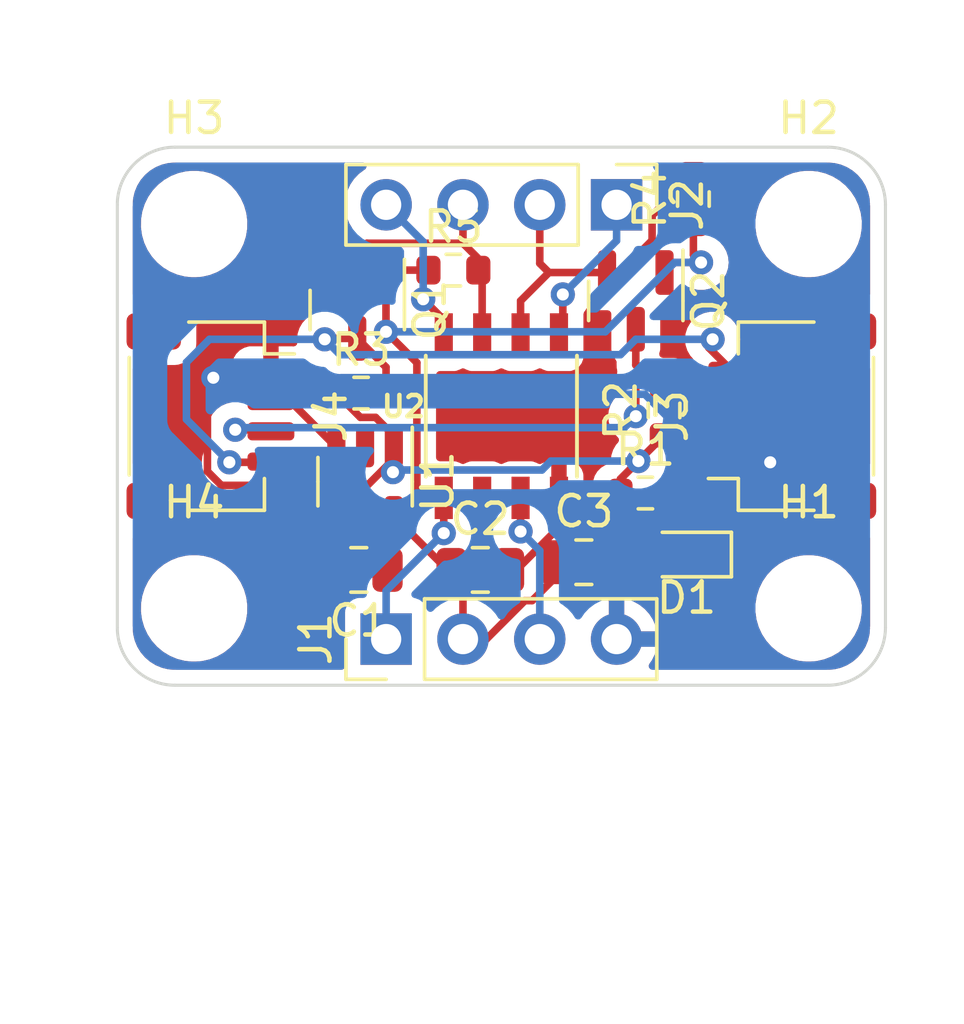
<source format=kicad_pcb>
(kicad_pcb (version 20211014) (generator pcbnew)
  (layers (0 "F.Cu" signal) (31 "B.Cu" signal) (34 "B.Paste" user) (35 "F.Paste" user) (36 "B.SilkS" user "B.Silkscreen") (37 "F.SilkS" user "F.Silkscreen") (38 "B.Mask" user) (39 "F.Mask" user) (44 "Edge.Cuts" user))
  (net 0 "")
  (net 1 "VCC")
  (net 2 "GND")
  (net 3 "3.3V")
  (net 4 "Net-(D1-Pad2)")
  (net 5 "SDA_3v")
  (net 6 "SCL_3v")
  (net 7 "SDA")
  (net 8 "SCL")
  (net 10 "5V")
  (net 11 "OUT")
  (net 12 "PGO")
  (net 13 "DIR")
  (footprint "Capacitor_SMD:C_0805_2012Metric" (layer "F.Cu") (at 127.188 89.916)
    (fp_text reference "C3" (at 0 -1.68) (layer "F.SilkS"))
    (fp_text value "820nF")
    (fp_line (start -0.261252 -0.735) (end 0.261252 -0.735) (layer "F.SilkS") (width 0.12))
    (fp_line (start -0.261252 0.735) (end 0.261252 0.735) (layer "F.SilkS") (width 0.12))
    (pad "1" smd roundrect (at -0.95 0) (size 1 1.45) (layers "F.Cu" "F.Paste" "F.Mask") (net 3 "3.3V"))
    (pad "2" smd roundrect (at 0.95 0) (size 1 1.45) (layers "F.Cu" "F.Paste" "F.Mask") (net 2 "GND"))
  )
  (footprint "LED_SMD:LED_0603_1608Metric" (layer "F.Cu") (at 130.5815 89.662 180)
    (fp_text reference "D1" (at 0 -1.43 180) (layer "F.SilkS"))
    (fp_text value "Green")
    (fp_line (start -1.485 -0.735) (end -1.485 0.735) (layer "F.SilkS") (width 0.12))
    (fp_line (start -1.485 0.735) (end 0.8 0.735) (layer "F.SilkS") (width 0.12))
    (fp_line (start 0.8 -0.735) (end -1.485 -0.735) (layer "F.SilkS") (width 0.12))
    (pad "1" smd roundrect (at -0.7875 0 180) (size 0.875 0.95) (layers "F.Cu" "F.Paste" "F.Mask") (net 2 "GND"))
    (pad "2" smd roundrect (at 0.7875 0 180) (size 0.875 0.95) (layers "F.Cu" "F.Paste" "F.Mask") (net 4 "Net-(D1-Pad2)"))
  )
  (footprint "AS5600:AS5600" (layer "F.Cu") (at 124.46 85.09)
    (fp_text reference "U2" (at -3.2385 -0.3175 180) (layer "F.SilkS") (effects (font (size 0.7 0.7))))
    (fp_text value "AS5600")
    (fp_line (start -2.5 2) (end -2.5 -2) (layer "F.SilkS") (width 0.127))
    (fp_line (start 2.5 -2) (end 2.5 2) (layer "F.SilkS") (width 0.127))
    (pad "1" smd rect locked (at -1.905 2.7 90) (size 1.4 0.6) (layers "F.Cu" "F.Paste" "F.Mask") (net 10 "5V"))
    (pad "2" smd rect locked (at -0.635 2.7 90) (size 1.4 0.6) (layers "F.Cu" "F.Paste" "F.Mask") (net 3 "3.3V"))
    (pad "3" smd rect locked (at 0.635 2.7 90) (size 1.4 0.6) (layers "F.Cu" "F.Paste" "F.Mask") (net 11 "OUT"))
    (pad "4" smd rect locked (at 1.905 2.7 90) (size 1.4 0.6) (layers "F.Cu" "F.Paste" "F.Mask") (net 2 "GND"))
    (pad "5" smd rect locked (at 1.905 -2.7 90) (size 1.4 0.6) (layers "F.Cu" "F.Paste" "F.Mask") (net 12 "PGO"))
    (pad "6" smd rect locked (at 0.635 -2.7 90) (size 1.4 0.6) (layers "F.Cu" "F.Paste" "F.Mask") (net 5 "SDA_3v"))
    (pad "7" smd rect locked (at -0.635 -2.7 90) (size 1.4 0.6) (layers "F.Cu" "F.Paste" "F.Mask") (net 6 "SCL_3v"))
    (pad "8" smd rect locked (at -1.905 -2.7 90) (size 1.4 0.6) (layers "F.Cu" "F.Paste" "F.Mask") (net 13 "DIR"))
  )
  (footprint "MountingHole:MountingHole_2.5mm" (layer "F.Cu") (at 114.3 91.44)
    (fp_text reference "H4" (at 0 -3.5) (layer "F.SilkS"))
    (fp_text value "MountingHole")
    (pad "" np_thru_hole circle (at 0 0) (size 2.5 2.5) (drill 2.5) (layers *.Cu *.Mask))
  )
  (footprint "MountingHole:MountingHole_2.5mm" (layer "F.Cu") (at 114.3 78.74)
    (fp_text reference "H3" (at 0 -3.5) (layer "F.SilkS"))
    (fp_text value "MountingHole")
    (pad "" np_thru_hole circle (at 0 0) (size 2.5 2.5) (drill 2.5) (layers *.Cu *.Mask))
  )
  (footprint "Connector_JST:JST_SH_SM04B-SRSS-TB_1x04-1MP_P1.00mm_Horizontal" (layer "F.Cu") (at 114.84 85.09 -90)
    (fp_text reference "J4" (at 0 -3.98 -90) (layer "F.SilkS"))
    (fp_text value "Conn_01x04_Male")
    (fp_line (start -3.11 -1.785) (end -2.06 -1.785) (layer "F.SilkS") (width 0.12))
    (fp_line (start -1.94 2.685) (end 1.94 2.685) (layer "F.SilkS") (width 0.12))
    (fp_line (start 3.11 0.715) (end 3.11 -1.785) (layer "F.SilkS") (width 0.12))
    (fp_line (start 3.11 -1.785) (end 2.06 -1.785) (layer "F.SilkS") (width 0.12))
    (fp_line (start -3.11 0.715) (end -3.11 -1.785) (layer "F.SilkS") (width 0.12))
    (fp_line (start -2.06 -1.785) (end -2.06 -2.775) (layer "F.SilkS") (width 0.12))
    (pad "1" smd roundrect (at -1.5 -2 270) (size 0.6 1.55) (layers "F.Cu" "F.Paste" "F.Mask") (net 2 "GND"))
    (pad "2" smd roundrect (at -0.5 -2 270) (size 0.6 1.55) (layers "F.Cu" "F.Paste" "F.Mask") (net 1 "VCC"))
    (pad "3" smd roundrect (at 0.5 -2 270) (size 0.6 1.55) (layers "F.Cu" "F.Paste" "F.Mask") (net 7 "SDA"))
    (pad "4" smd roundrect (at 1.5 -2 270) (size 0.6 1.55) (layers "F.Cu" "F.Paste" "F.Mask") (net 8 "SCL"))
    (pad "MP" smd roundrect (at -2.8 1.875 270) (size 1.2 1.8) (layers "F.Cu" "F.Paste" "F.Mask") (roundrect_rratio 0.2083333333))
    (pad "MP" smd roundrect (at 2.8 1.875 270) (size 1.2 1.8) (layers "F.Cu" "F.Paste" "F.Mask") (roundrect_rratio 0.2083333333))
  )
  (footprint "Resistor_SMD:R_0603_1608Metric" (layer "F.Cu") (at 129.84 84.899 90)
    (fp_text reference "R2" (at 0 -1.43 90) (layer "F.SilkS"))
    (fp_text value "10k")
    (fp_line (start -0.237258 -0.5225) (end 0.237258 -0.5225) (layer "F.SilkS") (width 0.12))
    (fp_line (start -0.237258 0.5225) (end 0.237258 0.5225) (layer "F.SilkS") (width 0.12))
    (pad "1" smd roundrect (at -0.825 0 90) (size 0.8 0.95) (layers "F.Cu" "F.Paste" "F.Mask") (net 1 "VCC"))
    (pad "2" smd roundrect (at 0.825 0 90) (size 0.8 0.95) (layers "F.Cu" "F.Paste" "F.Mask") (net 7 "SDA"))
  )
  (footprint "Connector_JST:JST_SH_SM04B-SRSS-TB_1x04-1MP_P1.00mm_Horizontal" (layer "F.Cu") (at 134.08 85.09 90)
    (fp_text reference "J3" (at 0 -3.98 90) (layer "F.SilkS"))
    (fp_text value "Conn_01x04_Male")
    (fp_line (start -3.11 0.715) (end -3.11 -1.785) (layer "F.SilkS") (width 0.12))
    (fp_line (start -2.06 -1.785) (end -2.06 -2.775) (layer "F.SilkS") (width 0.12))
    (fp_line (start 3.11 -1.785) (end 2.06 -1.785) (layer "F.SilkS") (width 0.12))
    (fp_line (start -3.11 -1.785) (end -2.06 -1.785) (layer "F.SilkS") (width 0.12))
    (fp_line (start 3.11 0.715) (end 3.11 -1.785) (layer "F.SilkS") (width 0.12))
    (fp_line (start -1.94 2.685) (end 1.94 2.685) (layer "F.SilkS") (width 0.12))
    (pad "1" smd roundrect (at -1.5 -2 90) (size 0.6 1.55) (layers "F.Cu" "F.Paste" "F.Mask") (net 2 "GND"))
    (pad "2" smd roundrect (at -0.5 -2 90) (size 0.6 1.55) (layers "F.Cu" "F.Paste" "F.Mask") (net 1 "VCC"))
    (pad "3" smd roundrect (at 0.5 -2 90) (size 0.6 1.55) (layers "F.Cu" "F.Paste" "F.Mask") (net 7 "SDA"))
    (pad "4" smd roundrect (at 1.5 -2 90) (size 0.6 1.55) (layers "F.Cu" "F.Paste" "F.Mask") (net 8 "SCL"))
    (pad "MP" smd roundrect (at 2.8 1.875 90) (size 1.2 1.8) (layers "F.Cu" "F.Paste" "F.Mask") (roundrect_rratio 0.2083333333))
    (pad "MP" smd roundrect (at -2.8 1.875 90) (size 1.2 1.8) (layers "F.Cu" "F.Paste" "F.Mask") (roundrect_rratio 0.2083333333))
  )
  (footprint "MountingHole:MountingHole_2.5mm" (layer "F.Cu") (at 134.62 78.74)
    (fp_text reference "H2" (at 0 -3.5) (layer "F.SilkS"))
    (fp_text value "MountingHole")
    (pad "" np_thru_hole circle (at 0 0) (size 2.5 2.5) (drill 2.5) (layers *.Cu *.Mask))
  )
  (footprint "Capacitor_SMD:C_0805_2012Metric" (layer "F.Cu") (at 123.764 90.17)
    (fp_text reference "C2" (at 0 -1.68) (layer "F.SilkS"))
    (fp_text value "10uF")
    (fp_line (start -0.261252 -0.735) (end 0.261252 -0.735) (layer "F.SilkS") (width 0.12))
    (fp_line (start -0.261252 0.735) (end 0.261252 0.735) (layer "F.SilkS") (width 0.12))
    (pad "1" smd roundrect (at -0.95 0) (size 1 1.45) (layers "F.Cu" "F.Paste" "F.Mask") (net 3 "3.3V"))
    (pad "2" smd roundrect (at 0.95 0) (size 1 1.45) (layers "F.Cu" "F.Paste" "F.Mask") (net 2 "GND"))
  )
  (footprint "Capacitor_SMD:C_0805_2012Metric" (layer "F.Cu") (at 119.746 90.17 180)
    (fp_text reference "C1" (at 0 -1.68) (layer "F.SilkS"))
    (fp_text value "10uF")
    (fp_line (start -0.261252 -0.735) (end 0.261252 -0.735) (layer "F.SilkS") (width 0.12))
    (fp_line (start -0.261252 0.735) (end 0.261252 0.735) (layer "F.SilkS") (width 0.12))
    (pad "1" smd roundrect (at -0.95 0 180) (size 1 1.45) (layers "F.Cu" "F.Paste" "F.Mask") (net 1 "VCC"))
    (pad "2" smd roundrect (at 0.95 0 180) (size 1 1.45) (layers "F.Cu" "F.Paste" "F.Mask") (net 2 "GND"))
  )
  (footprint "Connector_PinHeader_2.54mm:PinHeader_1x04_P2.54mm_Vertical" (layer "F.Cu") (at 128.27 78.105 -90)
    (fp_text reference "J2" (at 0 -2.33 90) (layer "F.SilkS"))
    (fp_text value "Conn_01x04_Male")
    (fp_line (start -1.33 0) (end -1.33 -1.33) (layer "F.SilkS") (width 0.12))
    (fp_line (start 1.33 1.27) (end 1.33 8.95) (layer "F.SilkS") (width 0.12))
    (fp_line (start -1.33 8.95) (end 1.33 8.95) (layer "F.SilkS") (width 0.12))
    (fp_line (start -1.33 1.27) (end -1.33 8.95) (layer "F.SilkS") (width 0.12))
    (fp_line (start -1.33 -1.33) (end 0 -1.33) (layer "F.SilkS") (width 0.12))
    (fp_line (start -1.33 1.27) (end 1.33 1.27) (layer "F.SilkS") (width 0.12))
    (pad "1" thru_hole rect (at 0 0 270) (size 1.7 1.7) (drill 1) (layers *.Cu *.Mask) (net 12 "PGO"))
    (pad "2" thru_hole oval (at 0 2.54 270) (size 1.7 1.7) (drill 1) (layers *.Cu *.Mask) (net 5 "SDA_3v"))
    (pad "3" thru_hole oval (at 0 5.08 270) (size 1.7 1.7) (drill 1) (layers *.Cu *.Mask) (net 6 "SCL_3v"))
    (pad "4" thru_hole oval (at 0 7.62 270) (size 1.7 1.7) (drill 1) (layers *.Cu *.Mask) (net 13 "DIR"))
  )
  (footprint "Resistor_SMD:R_0603_1608Metric" (layer "F.Cu") (at 129.223 87.63)
    (fp_text reference "R1" (at 0 -1.43) (layer "F.SilkS"))
    (fp_text value "10k")
    (fp_line (start -0.237258 -0.5225) (end 0.237258 -0.5225) (layer "F.SilkS") (width 0.12))
    (fp_line (start -0.237258 0.5225) (end 0.237258 0.5225) (layer "F.SilkS") (width 0.12))
    (pad "1" smd roundrect (at -0.825 0) (size 0.8 0.95) (layers "F.Cu" "F.Paste" "F.Mask") (net 1 "VCC"))
    (pad "2" smd roundrect (at 0.825 0) (size 0.8 0.95) (layers "F.Cu" "F.Paste" "F.Mask") (net 4 "Net-(D1-Pad2)"))
  )
  (footprint "Package_TO_SOT_SMD:SOT-23" (layer "F.Cu") (at 128.905 81.28 -90)
    (fp_text reference "Q2" (at 0 -2.4 90) (layer "F.SilkS"))
    (fp_text value "BSS138")
    (fp_line (start 0 -1.56) (end 0.65 -1.56) (layer "F.SilkS") (width 0.12))
    (fp_line (start 0 1.56) (end 0.65 1.56) (layer "F.SilkS") (width 0.12))
    (fp_line (start 0 1.56) (end -0.65 1.56) (layer "F.SilkS") (width 0.12))
    (fp_line (start 0 -1.56) (end -1.675 -1.56) (layer "F.SilkS") (width 0.12))
    (pad "1" smd roundrect (at -0.9375 -0.95 270) (size 1.475 0.6) (layers "F.Cu" "F.Paste" "F.Mask") (net 3 "3.3V"))
    (pad "2" smd roundrect (at -0.9375 0.95 270) (size 1.475 0.6) (layers "F.Cu" "F.Paste" "F.Mask") (net 5 "SDA_3v"))
    (pad "3" smd roundrect (at 0.9375 0 270) (size 1.475 0.6) (layers "F.Cu" "F.Paste" "F.Mask") (net 7 "SDA"))
  )
  (footprint "MountingHole:MountingHole_2.5mm" (layer "F.Cu") (at 134.62 91.44)
    (fp_text reference "H1" (at 0 -3.5) (layer "F.SilkS"))
    (fp_text value "MountingHole")
    (pad "" np_thru_hole circle (at 0 0) (size 2.5 2.5) (drill 2.5) (layers *.Cu *.Mask))
  )
  (footprint "Resistor_SMD:R_0603_1608Metric" (layer "F.Cu") (at 122.873 80.264)
    (fp_text reference "R5" (at 0 -1.43) (layer "F.SilkS"))
    (fp_text value "10k")
    (fp_line (start -0.237258 -0.5225) (end 0.237258 -0.5225) (layer "F.SilkS") (width 0.12))
    (fp_line (start -0.237258 0.5225) (end 0.237258 0.5225) (layer "F.SilkS") (width 0.12))
    (pad "1" smd roundrect (at -0.825 0) (size 0.8 0.95) (layers "F.Cu" "F.Paste" "F.Mask") (net 3 "3.3V"))
    (pad "2" smd roundrect (at 0.825 0) (size 0.8 0.95) (layers "F.Cu" "F.Paste" "F.Mask") (net 6 "SCL_3v"))
  )
  (footprint "Resistor_SMD:R_0603_1608Metric" (layer "F.Cu") (at 119.822 84.328)
    (fp_text reference "R3" (at 0 -1.43) (layer "F.SilkS"))
    (fp_text value "10k")
    (fp_line (start -0.237258 0.5225) (end 0.237258 0.5225) (layer "F.SilkS") (width 0.12))
    (fp_line (start -0.237258 -0.5225) (end 0.237258 -0.5225) (layer "F.SilkS") (width 0.12))
    (pad "1" smd roundrect (at -0.825 0) (size 0.8 0.95) (layers "F.Cu" "F.Paste" "F.Mask") (net 1 "VCC"))
    (pad "2" smd roundrect (at 0.825 0) (size 0.8 0.95) (layers "F.Cu" "F.Paste" "F.Mask") (net 8 "SCL"))
  )
  (footprint "Package_TO_SOT_SMD:SOT-23-5" (layer "F.Cu") (at 119.954 87.2545 -90)
    (fp_text reference "U1" (at 0 -2.4 90) (layer "F.SilkS"))
    (fp_text value "AP2112K-3.3")
    (fp_line (start 0 1.56) (end 0.8 1.56) (layer "F.SilkS") (width 0.12))
    (fp_line (start 0 1.56) (end -0.8 1.56) (layer "F.SilkS") (width 0.12))
    (fp_line (start 0 -1.56) (end -1.8 -1.56) (layer "F.SilkS") (width 0.12))
    (fp_line (start 0 -1.56) (end 0.8 -1.56) (layer "F.SilkS") (width 0.12))
    (pad "1" smd roundrect (at -1.1375 -0.95 270) (size 1.325 0.6) (layers "F.Cu" "F.Paste" "F.Mask") (net 1 "VCC"))
    (pad "2" smd roundrect (at -1.1375 0 270) (size 1.325 0.6) (layers "F.Cu" "F.Paste" "F.Mask") (net 2 "GND"))
    (pad "3" smd roundrect (at -1.1375 0.95 270) (size 1.325 0.6) (layers "F.Cu" "F.Paste" "F.Mask") (net 1 "VCC"))
    (pad "4" smd roundrect (at 1.1375 0.95 270) (size 1.325 0.6) (layers "F.Cu" "F.Paste" "F.Mask"))
    (pad "5" smd roundrect (at 1.1375 -0.95 270) (size 1.325 0.6) (layers "F.Cu" "F.Paste" "F.Mask") (net 3 "3.3V"))
  )
  (footprint "Resistor_SMD:R_0603_1608Metric" (layer "F.Cu") (at 130.81 77.915 90)
    (fp_text reference "R4" (at 0 -1.43 90) (layer "F.SilkS"))
    (fp_text value "10k")
    (fp_line (start -0.237258 -0.5225) (end 0.237258 -0.5225) (layer "F.SilkS") (width 0.12))
    (fp_line (start -0.237258 0.5225) (end 0.237258 0.5225) (layer "F.SilkS") (width 0.12))
    (pad "1" smd roundrect (at -0.825 0 90) (size 0.8 0.95) (layers "F.Cu" "F.Paste" "F.Mask") (net 3 "3.3V"))
    (pad "2" smd roundrect (at 0.825 0 90) (size 0.8 0.95) (layers "F.Cu" "F.Paste" "F.Mask") (net 5 "SDA_3v"))
  )
  (footprint "Package_TO_SOT_SMD:SOT-23" (layer "F.Cu") (at 119.695 81.5825 -90)
    (fp_text reference "Q1" (at 0 -2.4 90) (layer "F.SilkS"))
    (fp_text value "BSS138")
    (fp_line (start 0 -1.56) (end 0.65 -1.56) (layer "F.SilkS") (width 0.12))
    (fp_line (start 0 -1.56) (end -1.675 -1.56) (layer "F.SilkS") (width 0.12))
    (fp_line (start 0 1.56) (end -0.65 1.56) (layer "F.SilkS") (width 0.12))
    (fp_line (start 0 1.56) (end 0.65 1.56) (layer "F.SilkS") (width 0.12))
    (pad "1" smd roundrect (at -0.9375 -0.95 270) (size 1.475 0.6) (layers "F.Cu" "F.Paste" "F.Mask") (net 3 "3.3V"))
    (pad "2" smd roundrect (at -0.9375 0.95 270) (size 1.475 0.6) (layers "F.Cu" "F.Paste" "F.Mask") (net 6 "SCL_3v"))
    (pad "3" smd roundrect (at 0.9375 0 270) (size 1.475 0.6) (layers "F.Cu" "F.Paste" "F.Mask") (net 8 "SCL"))
  )
  (footprint "Connector_PinHeader_2.54mm:PinHeader_1x04_P2.54mm_Vertical" (layer "F.Cu") (at 120.65 92.456 90)
    (fp_text reference "J1" (at 0 -2.33 90) (layer "F.SilkS"))
    (fp_text value "Conn_01x04_Male")
    (fp_line (start -1.33 1.27) (end -1.33 8.95) (layer "F.SilkS") (width 0.12))
    (fp_line (start -1.33 0) (end -1.33 -1.33) (layer "F.SilkS") (width 0.12))
    (fp_line (start -1.33 -1.33) (end 0 -1.33) (layer "F.SilkS") (width 0.12))
    (fp_line (start 1.33 1.27) (end 1.33 8.95) (layer "F.SilkS") (width 0.12))
    (fp_line (start -1.33 1.27) (end 1.33 1.27) (layer "F.SilkS") (width 0.12))
    (fp_line (start -1.33 8.95) (end 1.33 8.95) (layer "F.SilkS") (width 0.12))
    (pad "1" thru_hole rect (at 0 0 90) (size 1.7 1.7) (drill 1) (layers *.Cu *.Mask) (net 10 "5V"))
    (pad "2" thru_hole oval (at 0 2.54 90) (size 1.7 1.7) (drill 1) (layers *.Cu *.Mask) (net 3 "3.3V"))
    (pad "3" thru_hole oval (at 0 5.08 90) (size 1.7 1.7) (drill 1) (layers *.Cu *.Mask) (net 11 "OUT"))
    (pad "4" thru_hole oval (at 0 7.62 90) (size 1.7 1.7) (drill 1) (layers *.Cu *.Mask) (net 2 "GND"))
  )
  (gr_arc (start 137.16 92.075) (mid 136.602038 93.422038) (end 135.255 93.98) (layer "Edge.Cuts") (width 0.1))
  (gr_arc (start 113.665 93.98) (mid 112.317962 93.422038) (end 111.76 92.075) (layer "Edge.Cuts") (width 0.1))
  (gr_line (start 137.16 78.105) (end 137.16 92.075) (layer "Edge.Cuts") (width 0.1))
  (gr_arc (start 135.255 76.2) (mid 136.602038 76.757962) (end 137.16 78.105) (layer "Edge.Cuts") (width 0.1))
  (gr_line (start 113.665 76.2) (end 135.255 76.2) (layer "Edge.Cuts") (width 0.1))
  (gr_line (start 135.255 93.98) (end 113.665 93.98) (layer "Edge.Cuts") (width 0.1))
  (gr_line (start 111.76 92.075) (end 111.76 78.105) (layer "Edge.Cuts") (width 0.1))
  (gr_arc (start 111.76 78.105) (mid 112.317962 76.757962) (end 113.665 76.2) (layer "Edge.Cuts") (width 0.1))
  (segment (start 118.735 84.59) (end 118.997 84.328) (width 0.25) (layer "F.Cu") (net 1))
  (segment (start 120.696 90.17) (end 120.696 89.708) (width 0.25) (layer "F.Cu") (net 1))
  (segment (start 119.888 87.517251) (end 120.904 86.501251) (width 0.25) (layer "F.Cu") (net 1))
  (segment (start 119.7985 85.1295) (end 120.300751 85.1295) (width 0.25) (layer "F.Cu") (net 1))
  (segment (start 131.946 85.724) (end 132.08 85.59) (width 0.25) (layer "F.Cu") (net 1))
  (segment (start 117.477 84.59) (end 119.004 86.117) (width 0.25) (layer "F.Cu") (net 1))
  (segment (start 120.904 86.501251) (end 120.904 86.117) (width 0.25) (layer "F.Cu") (net 1))
  (segment (start 120.300751 85.1295) (end 120.904 85.732749) (width 0.25) (layer "F.Cu") (net 1))
  (segment (start 116.84 84.59) (end 117.477 84.59) (width 0.25) (layer "F.Cu") (net 1))
  (segment (start 128.991 86.573) (end 128.398 87.166) (width 0.25) (layer "F.Cu") (net 1))
  (segment (start 128.398 87.166) (end 129.84 85.724) (width 0.25) (layer "F.Cu") (net 1))
  (segment (start 129.84 85.724) (end 131.946 85.724) (width 0.25) (layer "F.Cu") (net 1))
  (segment (start 116.84 84.59) (end 118.735 84.59) (width 0.25) (layer "F.Cu") (net 1))
  (segment (start 128.398 87.63) (end 128.398 87.166) (width 0.25) (layer "F.Cu") (net 1))
  (segment (start 120.696 89.708) (end 119.888 88.9) (width 0.25) (layer "F.Cu") (net 1))
  (segment (start 119.888 88.9) (end 119.888 87.517251) (width 0.25) (layer "F.Cu") (net 1))
  (segment (start 120.904 85.732749) (end 120.904 86.117) (width 0.25) (layer "F.Cu") (net 1))
  (segment (start 118.997 84.328) (end 119.7985 85.1295) (width 0.25) (layer "F.Cu") (net 1))
  (via (at 120.874996 86.939662) (size 0.8) (drill 0.4) (layers "F.Cu" "B.Cu") (net 1))
  (via (at 128.991 86.573) (size 0.8) (drill 0.4) (layers "F.Cu" "B.Cu") (net 1))
  (segment (start 125.801887 86.868) (end 120.946658 86.868) (width 0.25) (layer "B.Cu") (net 1))
  (segment (start 128.991 86.573) (end 126.096887 86.573) (width 0.25) (layer "B.Cu") (net 1))
  (segment (start 126.096887 86.573) (end 125.801887 86.868) (width 0.25) (layer "B.Cu") (net 1))
  (segment (start 120.946658 86.868) (end 120.874996 86.939662) (width 0.25) (layer "B.Cu") (net 1))
  (segment (start 114.7405 84.0145) (end 114.7405 86.914305) (width 0.25) (layer "F.Cu") (net 2))
  (segment (start 119.954 86.548) (end 119.954 86.117) (width 0.25) (layer "F.Cu") (net 2))
  (segment (start 133.35 86.614) (end 132.104 86.614) (width 0.25) (layer "F.Cu") (net 2))
  (segment (start 132.104 86.614) (end 132.08 86.59) (width 0.25) (layer "F.Cu") (net 2))
  (segment (start 131.765 86.905) (end 131.765 89.535) (width 0.25) (layer "F.Cu") (net 2))
  (segment (start 126.365 87.79) (end 126.365 88.764183) (width 0.25) (layer "F.Cu") (net 2))
  (segment (start 128.524 92.456) (end 129.794 92.456) (width 0.25) (layer "F.Cu") (net 2))
  (segment (start 126.365 88.773) (end 126.365 88.764183) (width 0.25) (layer "F.Cu") (net 2))
  (segment (start 115.202195 87.376) (end 117.602 87.376) (width 0.25) (layer "F.Cu") (net 2))
  (segment (start 114.935 83.82) (end 114.7405 84.0145) (width 0.25) (layer "F.Cu") (net 2))
  (segment (start 128.491 89.916) (end 129.06 90.485) (width 0.25) (layer "F.Cu") (net 2))
  (segment (start 118.796 90.17) (end 117.602 88.976) (width 0.25) (layer "F.Cu") (net 2))
  (segment (start 126.365 88.764183) (end 124.959183 90.17) (width 0.25) (layer "F.Cu") (net 2))
  (segment (start 124.959183 90.17) (end 124.714 90.17) (width 0.25) (layer "F.Cu") (net 2))
  (segment (start 131.765 90.485) (end 129.06 90.485) (width 0.25) (layer "F.Cu") (net 2))
  (segment (start 126.365 88.143) (end 128.138 89.916) (width 0.25) (layer "F.Cu") (net 2))
  (segment (start 114.935 83.82) (end 115.165 83.59) (width 0.25) (layer "F.Cu") (net 2))
  (segment (start 117.602 87.376) (end 119.126 87.376) (width 0.25) (layer "F.Cu") (net 2))
  (segment (start 128.138 89.916) (end 128.491 89.916) (width 0.25) (layer "F.Cu") (net 2))
  (segment (start 132.08 86.59) (end 131.765 86.905) (width 0.25) (layer "F.Cu") (net 2))
  (segment (start 126.365 87.79) (end 126.365 88.143) (width 0.25) (layer "F.Cu") (net 2))
  (segment (start 115.165 83.59) (end 116.84 83.59) (width 0.25) (layer "F.Cu") (net 2))
  (segment (start 129.794 92.456) (end 131.765 90.485) (width 0.25) (layer "F.Cu") (net 2))
  (segment (start 131.765 90.485) (end 131.765 89.535) (width 0.25) (layer "F.Cu") (net 2))
  (segment (start 114.7405 86.914305) (end 115.202195 87.376) (width 0.25) (layer "F.Cu") (net 2))
  (segment (start 119.126 87.376) (end 119.954 86.548) (width 0.25) (layer "F.Cu") (net 2))
  (segment (start 117.602 88.976) (end 117.602 87.376) (width 0.25) (layer "F.Cu") (net 2))
  (via (at 114.935 83.82) (size 0.8) (drill 0.4) (layers "F.Cu" "B.Cu") (net 2))
  (via (at 133.35 86.614) (size 0.8) (drill 0.4) (layers "F.Cu" "B.Cu") (net 2))
  (segment (start 118.18 84.525) (end 117.475 83.82) (width 0.25) (layer "B.Cu") (net 2))
  (segment (start 129.205305 84.365) (end 127.09 84.365) (width 0.25) (layer "B.Cu") (net 2))
  (segment (start 133.35 86.614) (end 131.454305 86.614) (width 0.25) (layer "B.Cu") (net 2))
  (segment (start 117.475 83.82) (end 114.935 83.82) (width 0.25) (layer "B.Cu") (net 2))
  (segment (start 127.09 84.365) (end 126.93 84.525) (width 0.25) (layer "B.Cu") (net 2))
  (segment (start 126.93 84.525) (end 118.18 84.525) (width 0.25) (layer "B.Cu") (net 2))
  (segment (start 131.454305 86.614) (end 129.205305 84.365) (width 0.25) (layer "B.Cu") (net 2))
  (segment (start 130.81 79.756) (end 131.064 80.01) (width 0.25) (layer "F.Cu") (net 3))
  (segment (start 121.026 80.264) (end 120.645 80.645) (width 0.25) (layer "F.Cu") (net 3))
  (segment (start 121.666 87.63) (end 121.666 83.322) (width 0.25) (layer "F.Cu") (net 3))
  (segment (start 123.19 92.456) (end 123.19 90.546) (width 0.25) (layer "F.Cu") (net 3))
  (segment (start 123.825 87.79) (end 123.825 89.1425) (width 0.25) (layer "F.Cu") (net 3))
  (segment (start 122.814 90.1535) (end 123.825 89.1425) (width 0.25) (layer "F.Cu") (net 3))
  (segment (start 125.236173 91.186) (end 125.476 91.186) (width 0.25) (layer "F.Cu") (net 3))
  (segment (start 120.904 88.392) (end 121.666 87.63) (width 0.25) (layer "F.Cu") (net 3))
  (segment (start 125.476 91.186) (end 126.238 90.424) (width 0.25) (layer "F.Cu") (net 3))
  (segment (start 122.682 90.17) (end 122.814 90.17) (width 0.25) (layer "F.Cu") (net 3))
  (segment (start 130.1875 80.01) (end 129.855 80.3425) (width 0.25) (layer "F.Cu") (net 3))
  (segment (start 126.238 90.424) (end 126.238 89.916) (width 0.25) (layer "F.Cu") (net 3))
  (segment (start 121.666 83.322) (end 120.645 82.301) (width 0.25) (layer "F.Cu") (net 3))
  (segment (start 122.814 90.17) (end 122.814 90.1535) (width 0.25) (layer "F.Cu") (net 3))
  (segment (start 123.19 92.456) (end 123.966173 92.456) (width 0.25) (layer "F.Cu") (net 3))
  (segment (start 130.81 78.74) (end 130.81 79.756) (width 0.25) (layer "F.Cu") (net 3))
  (segment (start 123.19 90.546) (end 122.814 90.17) (width 0.25) (layer "F.Cu") (net 3))
  (segment (start 123.966173 92.456) (end 125.236173 91.186) (width 0.25) (layer "F.Cu") (net 3))
  (segment (start 120.645 80.645) (end 120.645 82.301) (width 0.25) (layer "F.Cu") (net 3))
  (segment (start 122.814 90.17) (end 122.6165 90.17) (width 0.25) (layer "F.Cu") (net 3))
  (segment (start 120.904 88.392) (end 122.682 90.17) (width 0.25) (layer "F.Cu") (net 3))
  (segment (start 131.064 80.01) (end 130.1875 80.01) (width 0.25) (layer "F.Cu") (net 3))
  (segment (start 121.92 80.264) (end 121.026 80.264) (width 0.25) (layer "F.Cu") (net 3))
  (via (at 120.645 82.301) (size 0.8) (drill 0.4) (layers "F.Cu" "B.Cu") (net 3))
  (via (at 131.064 80.01) (size 0.8) (drill 0.4) (layers "F.Cu" "B.Cu") (net 3))
  (segment (start 130.1875 80.01) (end 127.8965 82.301) (width 0.25) (layer "B.Cu") (net 3))
  (segment (start 131.064 80.01) (end 130.1875 80.01) (width 0.25) (layer "B.Cu") (net 3))
  (segment (start 127.8965 82.301) (end 120.645 82.301) (width 0.25) (layer "B.Cu") (net 3))
  (segment (start 129.794 89.662) (end 129.794 87.884) (width 0.25) (layer "F.Cu") (net 4))
  (segment (start 129.794 87.884) (end 130.048 87.63) (width 0.25) (layer "F.Cu") (net 4))
  (segment (start 125.73 80.04) (end 125.73 78.105) (width 0.25) (layer "F.Cu") (net 5))
  (segment (start 128.3825 80.3425) (end 127.955 80.3425) (width 0.25) (layer "F.Cu") (net 5))
  (segment (start 129.445 79.28) (end 128.3825 80.3425) (width 0.25) (layer "F.Cu") (net 5))
  (segment (start 125.095 81.28) (end 125.095 82.39) (width 0.25) (layer "F.Cu") (net 5))
  (segment (start 127.955 80.3425) (end 126.0325 80.3425) (width 0.25) (layer "F.Cu") (net 5))
  (segment (start 126.0325 80.3425) (end 125.73 80.04) (width 0.25) (layer "F.Cu") (net 5))
  (segment (start 126.0325 80.3425) (end 125.095 81.28) (width 0.25) (layer "F.Cu") (net 5))
  (segment (start 129.445 78.455) (end 129.445 79.28) (width 0.25) (layer "F.Cu") (net 5))
  (segment (start 130.81 77.09) (end 129.445 78.455) (width 0.25) (layer "F.Cu") (net 5))
  (segment (start 123.825 80.645) (end 123.825 82.39) (width 0.25) (layer "F.Cu") (net 6))
  (segment (start 123.19 79.375) (end 123.19 78.105) (width 0.25) (layer "F.Cu") (net 6))
  (segment (start 123.19 79.375) (end 123.825 80.01) (width 0.25) (layer "F.Cu") (net 6))
  (segment (start 123.825 80.01) (end 123.825 80.645) (width 0.25) (layer "F.Cu") (net 6))
  (segment (start 118.745 80.645) (end 120.015 79.375) (width 0.25) (layer "F.Cu") (net 6))
  (segment (start 120.015 79.375) (end 123.19 79.375) (width 0.25) (layer "F.Cu") (net 6))
  (segment (start 129.84 84.335) (end 130.69 84.335) (width 0.25) (layer "F.Cu") (net 7))
  (segment (start 128.905 85.09) (end 128.905 83.82) (width 0.25) (layer "F.Cu") (net 7))
  (segment (start 128.905 82.2175) (end 128.905 83.4) (width 0.25) (layer "F.Cu") (net 7))
  (segment (start 116.248799 85.538799) (end 116.3 85.59) (width 0.25) (layer "F.Cu") (net 7))
  (segment (start 115.6595 85.538799) (end 116.248799 85.538799) (width 0.25) (layer "F.Cu") (net 7))
  (segment (start 130.945 84.59) (end 132.08 84.59) (width 0.25) (layer "F.Cu") (net 7))
  (segment (start 128.905 83.4) (end 129.115 83.61) (width 0.25) (layer "F.Cu") (net 7))
  (segment (start 129.115 83.61) (end 129.84 84.335) (width 0.25) (layer "F.Cu") (net 7))
  (segment (start 130.69 84.335) (end 130.945 84.59) (width 0.25) (layer "F.Cu") (net 7))
  (segment (start 128.905 83.82) (end 129.115 83.61) (width 0.25) (layer "F.Cu") (net 7))
  (via (at 128.905 85.09) (size 0.8) (drill 0.4) (layers "F.Cu" "B.Cu") (net 7))
  (via (at 115.6595 85.538799) (size 0.8) (drill 0.4) (layers "F.Cu" "B.Cu") (net 7))
  (segment (start 128.526779 85.468221) (end 128.905 85.09) (width 0.25) (layer "B.Cu") (net 7))
  (segment (start 115.6595 85.538799) (end 115.730078 85.468221) (width 0.25) (layer "B.Cu") (net 7))
  (segment (start 115.730078 85.468221) (end 128.526779 85.468221) (width 0.25) (layer "B.Cu") (net 7))
  (segment (start 116.84 86.614) (end 115.4655 86.614) (width 0.25) (layer "F.Cu") (net 8))
  (segment (start 116.84 86.59) (end 116.84 86.614) (width 0.25) (layer "F.Cu") (net 8))
  (segment (start 118.648 82.52) (end 118.618 82.55) (width 0.25) (layer "F.Cu") (net 8))
  (segment (start 131.318 82.828) (end 132.08 83.59) (width 0.25) (layer "F.Cu") (net 8))
  (segment (start 119.695 82.52) (end 118.648 82.52) (width 0.25) (layer "F.Cu") (net 8))
  (segment (start 120.647 84.328) (end 120.647 83.472) (width 0.25) (layer "F.Cu") (net 8))
  (segment (start 131.445 82.55) (end 131.318 82.55) (width 0.25) (layer "F.Cu") (net 8))
  (segment (start 120.647 83.472) (end 119.695 82.52) (width 0.25) (layer "F.Cu") (net 8))
  (segment (start 131.318 82.55) (end 131.318 82.828) (width 0.25) (layer "F.Cu") (net 8))
  (via (at 131.445 82.55) (size 0.8) (drill 0.4) (layers "F.Cu" "B.Cu") (net 8))
  (via (at 118.618 82.55) (size 0.8) (drill 0.4) (layers "F.Cu" "B.Cu") (net 8))
  (via (at 115.4655 86.614) (size 0.8) (drill 0.4) (layers "F.Cu" "B.Cu") (net 8))
  (segment (start 128.397 83.058) (end 128.905 82.55) (width 0.25) (layer "B.Cu") (net 8))
  (segment (start 114.046 85.1945) (end 114.046 83.312) (width 0.25) (layer "B.Cu") (net 8))
  (segment (start 118.618 82.55) (end 119.126 83.058) (width 0.25) (layer "B.Cu") (net 8))
  (segment (start 114.046 83.312) (end 114.808 82.55) (width 0.25) (layer "B.Cu") (net 8))
  (segment (start 114.808 82.55) (end 118.618 82.55) (width 0.25) (layer "B.Cu") (net 8))
  (segment (start 119.126 83.058) (end 128.397 83.058) (width 0.25) (layer "B.Cu") (net 8))
  (segment (start 128.905 82.55) (end 131.445 82.55) (width 0.25) (layer "B.Cu") (net 8))
  (segment (start 115.4655 86.614) (end 114.046 85.1945) (width 0.25) (layer "B.Cu") (net 8))
  (segment (start 122.555 88.954241) (end 122.555 87.79) (width 0.25) (layer "F.Cu") (net 10))
  (via (at 122.555 88.954241) (size 0.8) (drill 0.4) (layers "F.Cu" "B.Cu") (net 10))
  (segment (start 120.65 90.859241) (end 120.65 92.456) (width 0.25) (layer "B.Cu") (net 10))
  (segment (start 122.555 88.954241) (end 120.65 90.859241) (width 0.25) (layer "B.Cu") (net 10))
  (segment (start 125.095 87.79) (end 125.095 88.9) (width 0.25) (layer "F.Cu") (net 11))
  (via (at 125.095 88.9) (size 0.8) (drill 0.4) (layers "F.Cu" "B.Cu") (net 11))
  (segment (start 125.73 89.535) (end 125.73 92.71) (width 0.25) (layer "B.Cu") (net 11))
  (segment (start 125.095 88.9) (end 125.73 89.535) (width 0.25) (layer "B.Cu") (net 11))
  (segment (start 126.492 81.067) (end 126.492 82.263) (width 0.25) (layer "F.Cu") (net 12))
  (segment (start 126.492 82.263) (end 126.365 82.39) (width 0.25) (layer "F.Cu") (net 12))
  (via (at 126.492 81.067) (size 0.8) (drill 0.4) (layers "F.Cu" "B.Cu") (net 12))
  (segment (start 126.492 81.067) (end 128.27 79.289) (width 0.25) (layer "B.Cu") (net 12))
  (segment (start 128.27 79.289) (end 128.27 78.105) (width 0.25) (layer "B.Cu") (net 12))
  (segment (start 122.555 82.39) (end 122.555 81.905077) (width 0.25) (layer "F.Cu") (net 13))
  (segment (start 122.555 81.905077) (end 121.875682 81.225759) (width 0.25) (layer "F.Cu") (net 13))
  (via (at 121.875682 81.225759) (size 0.8) (drill 0.4) (layers "F.Cu" "B.Cu") (net 13))
  (segment (start 121.875682 81.225759) (end 121.875682 79.330682) (width 0.25) (layer "B.Cu") (net 13))
  (segment (start 121.875682 79.330682) (end 120.65 78.105) (width 0.25) (layer "B.Cu") (net 13))
  (zone (net 2) (net_name "GND") (layers F&B.Cu) (connect_pads (clearance 0.508)) (min_thickness 0.254) (fill yes (thermal_gap 0.508) (thermal_bridge_width 0.508))
    (polygon (pts (xy 137.16 93.98) (xy 111.76 93.98) (xy 111.76 76.2) (xy 137.16 76.2)))
  )
)
</source>
